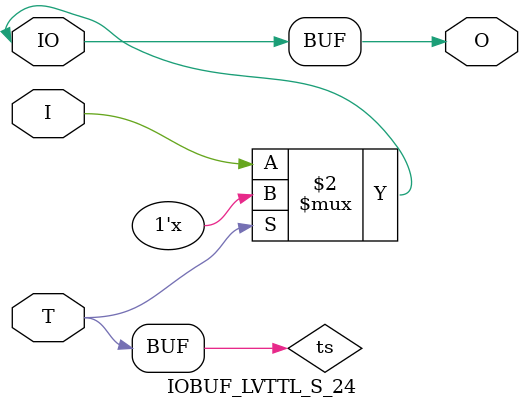
<source format=v>

/*

FUNCTION	: INPUT TRI-STATE OUTPUT BUFFER

*/

`celldefine
`timescale  100 ps / 10 ps

module IOBUF_LVTTL_S_24 (O, IO, I, T);

    output O;

    inout  IO;

    input  I, T;

    or O1 (ts, 1'b0, T);
    bufif0 T1 (IO, I, ts);

    buf B1 (O, IO);

endmodule

</source>
